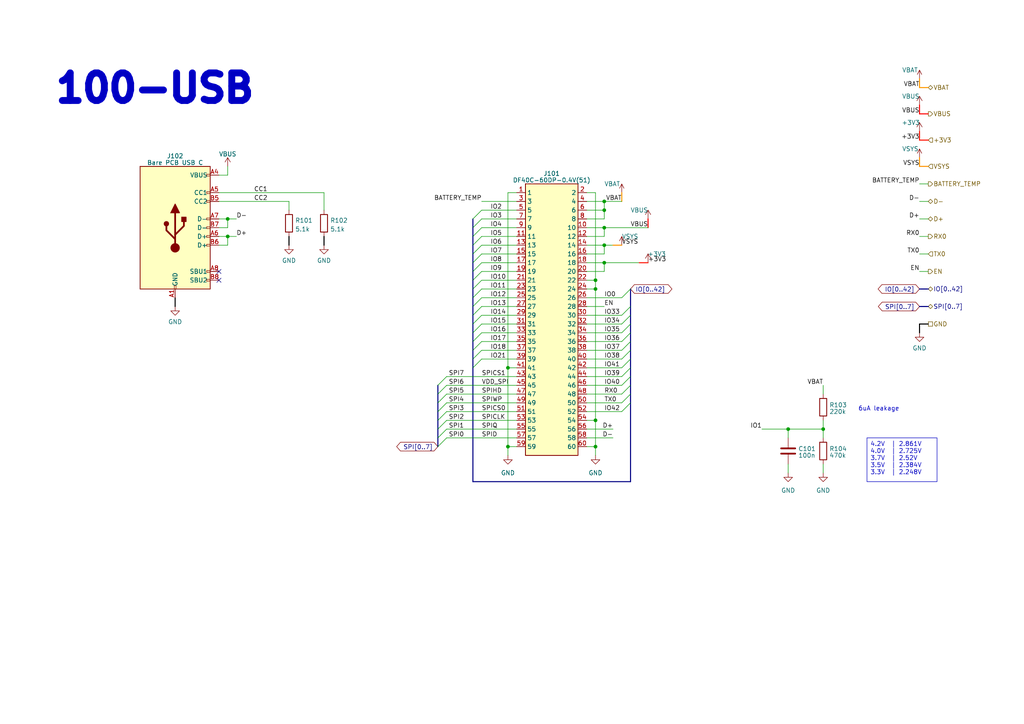
<source format=kicad_sch>
(kicad_sch (version 20231120) (generator "eeschema") (generator_version "8.0")
  (paper "A4")
  (title_block (title "PSoM - ESP S3") (date "2023-04-17") (rev "HW00") (company "PumaCorp") (comment 1 "Design by: NdG"))
  (lib_symbols
    (symbol "Component lib:C" (pin_numbers hide) (pin_names (offset 0.254))
      (property "Reference" "C" (at 0.635 -1.27 0))
      (property "Value" "C" (at 0.635 -6.35 0))
      (symbol "C_0_1"
        (polyline (pts (xy -2.032 -4.572) (xy 2.032 -4.572)) (stroke (width 0.508)))
        (polyline (pts (xy -2.032 -3.048) (xy 2.032 -3.048)) (stroke (width 0.508)))
      )
      (symbol "C_1_1"
        (pin passive line (at 0 0 270) (length 2.794) (name "~") (number "1"))
        (pin passive line (at 0 -7.62 90) (length 2.794) (name "~") (number "2"))
      )
    )
    (symbol "Component lib:R" (pin_numbers hide) (pin_names (offset 0))
      (property "Reference" "R" (at 2.032 -3.81 90))
      (property "Value" "R" (at 0 -3.81 90))
      (symbol "R_0_1"
        (rectangle (start -1.016 -6.35) (end 1.016 -1.27) (stroke (width 0.254)))
      )
      (symbol "R_1_1"
        (pin passive line (at 0 0 270) (length 1.27) (name "~") (number "1"))
        (pin passive line (at 0 -7.62 90) (length 1.27) (name "~") (number "2"))
      )
    )
    (symbol "Component_lib:Bare PCB USB C" (pin_names (offset 0.762))
      (property "Reference" "J" (at 0 2.54 0))
      (property "Value" "Bare PCB USB C" (at 0 2.54 0))
      (symbol "Bare PCB USB C_0_0"
        (rectangle (start 9.906 -35.56) (end 10.414 -34.544))
        (rectangle (start 20.32 -32.766) (end 19.304 -33.274))
        (rectangle (start 20.32 -30.226) (end 19.304 -30.734))
        (rectangle (start 20.32 -22.606) (end 19.304 -23.114))
        (rectangle (start 20.32 -20.066) (end 19.304 -20.574))
        (rectangle (start 20.32 -17.526) (end 19.304 -18.034))
        (rectangle (start 20.32 -14.986) (end 19.304 -15.494))
        (rectangle (start 20.32 -9.906) (end 19.304 -10.414))
        (rectangle (start 20.32 -7.366) (end 19.304 -7.874))
        (rectangle (start 20.32 -2.286) (end 19.304 -2.794))
      )
      (symbol "Bare PCB USB C_0_1"
        (polyline (pts (xy 10.16 -23.622) (xy 10.16 -13.462)) (stroke (width 0.508)))
        (polyline (pts (xy 10.16 -21.082) (xy 7.62 -18.542) (xy 7.62 -17.272)) (stroke (width 0.508)))
        (polyline (pts (xy 10.16 -19.812) (xy 12.7 -17.272) (xy 12.7 -16.002)) (stroke (width 0.508)))
        (polyline (pts (xy 8.89 -13.462) (xy 10.16 -10.922) (xy 11.43 -13.462) (xy 8.89 -13.462)) (stroke (width 0.254)) (fill (type outline)))
        (rectangle (start 0 0) (end 20.32 -35.56) (stroke (width 0.254)) (fill (type background)))
        (circle (center 7.62 -16.637) (radius 0.635) (stroke (width 0.254)) (fill (type outline)))
        (circle (center 10.16 -23.622) (radius 1.27) (fill (type outline)))
        (rectangle (start 12.065 -14.732) (end 13.335 -16.002) (stroke (width 0.254)) (fill (type outline)))
      )
      (symbol "Bare PCB USB C_1_1"
        (pin passive line (at 10.16 -38.1 90) (length 2.54) (name "GND") (number "A1"))
        (pin passive line (at 10.16 -38.1 90) (length 2.54) hide (name "GND") (number "A12"))
        (pin passive line (at 22.86 -2.54 180) (length 2.54) (name "VBUS") (number "A4"))
        (pin bidirectional line (at 22.86 -7.62 180) (length 2.54) (name "CC1") (number "A5"))
        (pin bidirectional line (at 22.86 -20.32 180) (length 2.54) (name "D+") (number "A6"))
        (pin bidirectional line (at 22.86 -15.24 180) (length 2.54) (name "D-") (number "A7"))
        (pin bidirectional line (at 22.86 -30.48 180) (length 2.54) (name "SBU1") (number "A8"))
        (pin passive line (at 22.86 -2.54 180) (length 2.54) hide (name "VBUS") (number "A9"))
        (pin passive line (at 10.16 -38.1 90) (length 2.54) hide (name "GND") (number "B1"))
        (pin passive line (at 10.16 -38.1 90) (length 2.54) hide (name "GND") (number "B12"))
        (pin passive line (at 22.86 -2.54 180) (length 2.54) hide (name "VBUS") (number "B4"))
        (pin bidirectional line (at 22.86 -10.16 180) (length 2.54) (name "CC2") (number "B5"))
        (pin bidirectional line (at 22.86 -22.86 180) (length 2.54) (name "D+") (number "B6"))
        (pin bidirectional line (at 22.86 -17.78 180) (length 2.54) (name "D-") (number "B7"))
        (pin bidirectional line (at 22.86 -33.02 180) (length 2.54) (name "SBU2") (number "B8"))
        (pin passive line (at 22.86 -2.54 180) (length 2.54) hide (name "VBUS") (number "B9"))
      )
    )
    (symbol "Component_lib:DF40C-60DP-0.4V(51)"
      (property "Reference" "J" (at 5.08 7.62 0))
      (property "Value" "DF40C-60DP-0.4V(51)" (at 12.7 5.08 0))
      (symbol "DF40C-60DP-0.4V(51)_1_1"
        (rectangle (start 2.54 2.54) (end 17.78 -76.2) (stroke (width 0.254)) (fill (type background)))
        (pin passive line (at 0 0 0) (length 2.54) (name "1") (number "1"))
        (pin passive line (at 20.32 -10.16 180) (length 2.54) (name "10") (number "10"))
        (pin passive line (at 0 -12.7 0) (length 2.54) (name "11") (number "11"))
        (pin passive line (at 20.32 -12.7 180) (length 2.54) (name "12") (number "12"))
        (pin passive line (at 0 -15.24 0) (length 2.54) (name "13") (number "13"))
        (pin passive line (at 20.32 -15.24 180) (length 2.54) (name "14") (number "14"))
        (pin passive line (at 0 -17.78 0) (length 2.54) (name "15") (number "15"))
        (pin passive line (at 20.32 -17.78 180) (length 2.54) (name "16") (number "16"))
        (pin passive line (at 0 -20.32 0) (length 2.54) (name "17") (number "17"))
        (pin passive line (at 20.32 -20.32 180) (length 2.54) (name "18") (number "18"))
        (pin passive line (at 0 -22.86 0) (length 2.54) (name "19") (number "19"))
        (pin passive line (at 20.32 0 180) (length 2.54) (name "2") (number "2"))
        (pin passive line (at 20.32 -22.86 180) (length 2.54) (name "20") (number "20"))
        (pin passive line (at 0 -25.4 0) (length 2.54) (name "21") (number "21"))
        (pin passive line (at 20.32 -25.4 180) (length 2.54) (name "22") (number "22"))
        (pin passive line (at 0 -27.94 0) (length 2.54) (name "23") (number "23"))
        (pin passive line (at 20.32 -27.94 180) (length 2.54) (name "24") (number "24"))
        (pin passive line (at 0 -30.48 0) (length 2.54) (name "25") (number "25"))
        (pin passive line (at 20.32 -30.48 180) (length 2.54) (name "26") (number "26"))
        (pin passive line (at 0 -33.02 0) (length 2.54) (name "27") (number "27"))
        (pin passive line (at 20.32 -33.02 180) (length 2.54) (name "28") (number "28"))
        (pin passive line (at 0 -35.56 0) (length 2.54) (name "29") (number "29"))
        (pin passive line (at 0 -2.54 0) (length 2.54) (name "3") (number "3"))
        (pin passive line (at 20.32 -35.56 180) (length 2.54) (name "30") (number "30"))
        (pin passive line (at 0 -38.1 0) (length 2.54) (name "31") (number "31"))
        (pin passive line (at 20.32 -38.1 180) (length 2.54) (name "32") (number "32"))
        (pin passive line (at 0 -40.64 0) (length 2.54) (name "33") (number "33"))
        (pin passive line (at 20.32 -40.64 180) (length 2.54) (name "34") (number "34"))
        (pin passive line (at 0 -43.18 0) (length 2.54) (name "35") (number "35"))
        (pin passive line (at 20.32 -43.18 180) (length 2.54) (name "36") (number "36"))
        (pin passive line (at 0 -45.72 0) (length 2.54) (name "37") (number "37"))
        (pin passive line (at 20.32 -45.72 180) (length 2.54) (name "38") (number "38"))
        (pin passive line (at 0 -48.26 0) (length 2.54) (name "39") (number "39"))
        (pin passive line (at 20.32 -2.54 180) (length 2.54) (name "4") (number "4"))
        (pin passive line (at 20.32 -48.26 180) (length 2.54) (name "40") (number "40"))
        (pin passive line (at 0 -50.8 0) (length 2.54) (name "41") (number "41"))
        (pin passive line (at 20.32 -50.8 180) (length 2.54) (name "42") (number "42"))
        (pin passive line (at 0 -53.34 0) (length 2.54) (name "43") (number "43"))
        (pin passive line (at 20.32 -53.34 180) (length 2.54) (name "44") (number "44"))
        (pin passive line (at 0 -55.88 0) (length 2.54) (name "45") (number "45"))
        (pin passive line (at 20.32 -55.88 180) (length 2.54) (name "46") (number "46"))
        (pin passive line (at 0 -58.42 0) (length 2.54) (name "47") (number "47"))
        (pin passive line (at 20.32 -58.42 180) (length 2.54) (name "48") (number "48"))
        (pin passive line (at 0 -60.96 0) (length 2.54) (name "49") (number "49"))
        (pin passive line (at 0 -5.08 0) (length 2.54) (name "5") (number "5"))
        (pin passive line (at 20.32 -60.96 180) (length 2.54) (name "50") (number "50"))
        (pin passive line (at 0 -63.5 0) (length 2.54) (name "51") (number "51"))
        (pin passive line (at 20.32 -63.5 180) (length 2.54) (name "52") (number "52"))
        (pin passive line (at 0 -66.04 0) (length 2.54) (name "53") (number "53"))
        (pin passive line (at 20.32 -66.04 180) (length 2.54) (name "54") (number "54"))
        (pin passive line (at 0 -68.58 0) (length 2.54) (name "55") (number "55"))
        (pin passive line (at 20.32 -68.58 180) (length 2.54) (name "56") (number "56"))
        (pin passive line (at 0 -71.12 0) (length 2.54) (name "57") (number "57"))
        (pin passive line (at 20.32 -71.12 180) (length 2.54) (name "58") (number "58"))
        (pin passive line (at 0 -73.66 0) (length 2.54) (name "59") (number "59"))
        (pin passive line (at 20.32 -5.08 180) (length 2.54) (name "6") (number "6"))
        (pin passive line (at 20.32 -73.66 180) (length 2.54) (name "60") (number "60"))
        (pin passive line (at 0 -7.62 0) (length 2.54) (name "7") (number "7"))
        (pin passive line (at 20.32 -7.62 180) (length 2.54) (name "8") (number "8"))
        (pin passive line (at 0 -10.16 0) (length 2.54) (name "9") (number "9"))
      )
    )
    (symbol "Component_lib:R" (pin_numbers hide) (pin_names (offset 0))
      (property "Reference" "R" (at 2.032 -3.81 90))
      (property "Value" "R" (at 0 -3.81 90))
      (symbol "R_0_1"
        (rectangle (start -1.016 -6.35) (end 1.016 -1.27) (stroke (width 0.254)))
      )
      (symbol "R_1_1"
        (pin passive line (at 0 0 270) (length 1.27) (name "~") (number "1"))
        (pin passive line (at 0 -7.62 90) (length 1.27) (name "~") (number "2"))
      )
    )
    (symbol "Component_lib:VBAT" (power) (pin_numbers hide) (in_bom no) (on_board no)
      (property "Value" "VBAT" (at 0 3.81 0))
      (symbol "VBAT_0_0"
        (pin passive line (at 0 0 90) (length 2.54) hide (name "") (number ""))
      )
      (symbol "VBAT_0_1"
        (polyline (pts (xy 0 0) (xy 0 2.54) (xy 0.635 1.27) (xy 0 2.54) (xy -0.635 1.27)) (stroke (width 0.1524)))
      )
    )
    (symbol "Component_lib:VSYS" (power) (pin_numbers hide) (in_bom no) (on_board no)
      (property "Value" "VSYS" (at 0 3.81 0))
      (symbol "VSYS_0_0"
        (pin passive line (at 0 0 90) (length 2.54) hide (name "") (number ""))
      )
      (symbol "VSYS_0_1"
        (polyline (pts (xy 0 0) (xy 0 2.54) (xy 0.635 1.27) (xy 0 2.54) (xy -0.635 1.27)) (stroke (width 0.1524)))
      )
    )
    (symbol "GND_2" (power) (pin_names (offset 0))
      (property "Value" "GND_2" (at 0 -3.81 0))
      (symbol "GND_2_0_1"
        (polyline (pts (xy 0 0) (xy 0 -1.27) (xy 1.27 -1.27) (xy 0 -2.54) (xy -1.27 -1.27) (xy 0 -1.27)))
      )
      (symbol "GND_2_1_1"
        (pin power_in line (at 0 0 270) (length 0) hide (name "GND") (number "1"))
      )
    )
    (symbol "power:+3V3" (power) (pin_names (offset 0))
      (property "Value" "+3V3" (at 0 3.556 0))
      (symbol "+3V3_0_1"
        (polyline (pts (xy -0.762 1.27) (xy 0 2.54)))
        (polyline (pts (xy 0 0) (xy 0 2.54)))
        (polyline (pts (xy 0 2.54) (xy 0.762 1.27)))
      )
      (symbol "+3V3_1_1"
        (pin power_in line (at 0 0 90) (length 0) hide (name "+3V3") (number "1"))
      )
    )
    (symbol "power:GND" (power) (pin_names (offset 0))
      (property "Value" "GND" (at 0 -3.81 0))
      (symbol "GND_0_1"
        (polyline (pts (xy 0 0) (xy 0 -1.27) (xy 1.27 -1.27) (xy 0 -2.54) (xy -1.27 -1.27) (xy 0 -1.27)))
      )
      (symbol "GND_1_1"
        (pin power_in line (at 0 0 270) (length 0) hide (name "GND") (number "1"))
      )
    )
    (symbol "power:VBUS" (power) (pin_names (offset 0))
      (property "Value" "VBUS" (at 0 3.81 0))
      (symbol "VBUS_0_1"
        (polyline (pts (xy -0.762 1.27) (xy 0 2.54)))
        (polyline (pts (xy 0 0) (xy 0 2.54)))
        (polyline (pts (xy 0 2.54) (xy 0.762 1.27)))
      )
      (symbol "VBUS_1_1"
        (pin power_in line (at 0 0 90) (length 0) hide (name "VBUS") (number "1"))
      )
    )
  )
  (junction (at 66.04 68.58))
  (junction (at 228.6 124.46))
  (junction (at 172.72 83.82))
  (junction (at 175.26 58.42))
  (junction (at 147.32 129.54))
  (junction (at 175.26 76.2))
  (junction (at 147.32 106.68))
  (junction (at 175.26 60.96))
  (junction (at 172.72 121.92))
  (junction (at 175.26 66.04))
  (junction (at 175.26 71.12))
  (junction (at 238.76 124.46))
  (junction (at 172.72 129.54))
  (junction (at 172.72 81.28))
  (junction (at 66.04 63.5))
  (no_connect (at 63.5 81.28))
  (no_connect (at 63.5 78.74))
  (bus_entry (at 137.16 71.12) (size 2.54 -2.54))
  (bus_entry (at 139.7 93.98) (size -2.54 2.54))
  (bus_entry (at 137.16 76.2) (size 2.54 -2.54))
  (bus_entry (at 137.16 81.28) (size 2.54 -2.54))
  (bus_entry (at 180.34 114.3) (size 2.54 -2.54))
  (bus_entry (at 180.34 101.6) (size 2.54 -2.54))
  (bus_entry (at 180.34 96.52) (size 2.54 -2.54))
  (bus_entry (at 139.7 88.9) (size -2.54 2.54))
  (bus_entry (at 180.34 111.76) (size 2.54 -2.54))
  (bus_entry (at 180.34 119.38) (size 2.54 -2.54))
  (bus_entry (at 137.16 78.74) (size 2.54 -2.54))
  (bus_entry (at 129.54 116.84) (size -2.54 2.54))
  (bus_entry (at 139.7 99.06) (size -2.54 2.54))
  (bus_entry (at 137.16 73.66) (size 2.54 -2.54))
  (bus_entry (at 139.7 86.36) (size -2.54 2.54))
  (bus_entry (at 129.54 127) (size -2.54 2.54))
  (bus_entry (at 180.34 99.06) (size 2.54 -2.54))
  (bus_entry (at 137.16 66.04) (size 2.54 -2.54))
  (bus_entry (at 129.54 114.3) (size -2.54 2.54))
  (bus_entry (at 180.34 91.44) (size 2.54 -2.54))
  (bus_entry (at 180.34 104.14) (size 2.54 -2.54))
  (bus_entry (at 139.7 83.82) (size -2.54 2.54))
  (bus_entry (at 139.7 81.28) (size -2.54 2.54))
  (bus_entry (at 180.34 86.36) (size 2.54 -2.54))
  (bus_entry (at 180.34 106.68) (size 2.54 -2.54))
  (bus_entry (at 139.7 96.52) (size -2.54 2.54))
  (bus_entry (at 129.54 121.92) (size -2.54 2.54))
  (bus_entry (at 129.54 109.22) (size -2.54 2.54))
  (bus_entry (at 137.16 106.68) (size 2.54 -2.54))
  (bus_entry (at 180.34 93.98) (size 2.54 -2.54))
  (bus_entry (at 139.7 91.44) (size -2.54 2.54))
  (bus_entry (at 137.16 68.58) (size 2.54 -2.54))
  (bus_entry (at 180.34 109.22) (size 2.54 -2.54))
  (bus_entry (at 129.54 124.46) (size -2.54 2.54))
  (bus_entry (at 139.7 101.6) (size -2.54 2.54))
  (bus_entry (at 137.16 63.5) (size 2.54 -2.54))
  (bus_entry (at 129.54 119.38) (size -2.54 2.54))
  (bus_entry (at 180.34 116.84) (size 2.54 -2.54))
  (bus_entry (at 129.54 111.76) (size -2.54 2.54))
  (wire (pts (xy 129.54 119.38) (xy 149.86 119.38)))
  (bus (pts (xy 182.88 109.22) (xy 182.88 111.76)))
  (bus (pts (xy 127 127) (xy 127 124.46)))
  (bus (pts (xy 137.16 81.28) (xy 137.16 83.82)))
  (wire (pts (xy 66.04 68.58) (xy 68.58 68.58)))
  (wire (pts (xy 266.7 22.86) (xy 266.7 25.4)) (stroke (width 0.3) (color 255 153 0 1)))
  (wire (pts (xy 129.54 109.22) (xy 149.86 109.22)))
  (wire (pts (xy 139.7 58.42) (xy 149.86 58.42)))
  (bus (pts (xy 137.16 104.14) (xy 137.16 106.68)))
  (wire (pts (xy 175.26 78.74) (xy 175.26 76.2)))
  (wire (pts (xy 238.76 111.76) (xy 238.76 114.3)))
  (wire (pts (xy 139.7 101.6) (xy 149.86 101.6)))
  (bus (pts (xy 182.88 106.68) (xy 182.88 109.22)))
  (wire (pts (xy 172.72 55.88) (xy 172.72 81.28)))
  (wire (pts (xy 170.18 81.28) (xy 172.72 81.28)))
  (wire (pts (xy 170.18 101.6) (xy 180.34 101.6)))
  (wire (pts (xy 63.5 58.42) (xy 83.82 58.42)))
  (wire (pts (xy 66.04 63.5) (xy 63.5 63.5)))
  (wire (pts (xy 147.32 106.68) (xy 147.32 129.54)))
  (wire (pts (xy 266.7 48.26) (xy 269.24 48.26)) (stroke (width 0.3) (color 255 148 0 1)))
  (wire (pts (xy 170.18 121.92) (xy 172.72 121.92)))
  (bus (pts (xy 137.16 63.5) (xy 137.16 66.04)))
  (wire (pts (xy 139.7 73.66) (xy 149.86 73.66)))
  (wire (pts (xy 170.18 76.2) (xy 175.26 76.2)))
  (wire (pts (xy 139.7 60.96) (xy 149.86 60.96)))
  (bus (pts (xy 182.88 93.98) (xy 182.88 96.52)))
  (wire (pts (xy 170.18 68.58) (xy 175.26 68.58)))
  (wire (pts (xy 147.32 106.68) (xy 149.86 106.68)))
  (bus (pts (xy 127 114.3) (xy 127 111.76)))
  (bus (pts (xy 127 119.38) (xy 127 116.84)))
  (bus (pts (xy 137.16 101.6) (xy 137.16 104.14)))
  (bus (pts (xy 137.16 139.7) (xy 182.88 139.7)))
  (wire (pts (xy 170.18 78.74) (xy 175.26 78.74)))
  (bus (pts (xy 137.16 71.12) (xy 137.16 73.66)))
  (wire (pts (xy 170.18 66.04) (xy 175.26 66.04)))
  (wire (pts (xy 170.18 114.3) (xy 180.34 114.3)))
  (wire (pts (xy 228.6 124.46) (xy 228.6 127)))
  (wire (pts (xy 170.18 91.44) (xy 180.34 91.44)))
  (bus (pts (xy 266.7 88.9) (xy 269.24 88.9)))
  (wire (pts (xy 175.26 60.96) (xy 175.26 58.42)))
  (wire (pts (xy 170.18 109.22) (xy 180.34 109.22)))
  (wire (pts (xy 175.26 68.58) (xy 175.26 66.04)))
  (wire (pts (xy 266.7 73.66) (xy 269.24 73.66)))
  (wire (pts (xy 139.7 63.5) (xy 149.86 63.5)))
  (wire (pts (xy 170.18 60.96) (xy 175.26 60.96)))
  (wire (pts (xy 228.6 124.46) (xy 238.76 124.46)))
  (wire (pts (xy 139.7 71.12) (xy 149.86 71.12)))
  (wire (pts (xy 266.7 68.58) (xy 269.24 68.58)))
  (wire (pts (xy 266.7 30.48) (xy 266.7 33.02)) (stroke (width 0.3) (color 255 0 0 1)))
  (wire (pts (xy 139.7 76.2) (xy 149.86 76.2)))
  (wire (pts (xy 266.7 33.02) (xy 269.24 33.02)) (stroke (width 0.3) (color 255 0 0 1)))
  (wire (pts (xy 139.7 93.98) (xy 149.86 93.98)))
  (wire (pts (xy 266.7 38.1) (xy 266.7 40.64)) (stroke (width 0.3) (color 255 17 1 1)))
  (wire (pts (xy 170.18 71.12) (xy 175.26 71.12)))
  (wire (pts (xy 172.72 83.82) (xy 172.72 121.92)))
  (wire (pts (xy 170.18 63.5) (xy 175.26 63.5)))
  (wire (pts (xy 175.26 66.04) (xy 187.96 66.04)))
  (wire (pts (xy 170.18 88.9) (xy 175.26 88.9)))
  (wire (pts (xy 220.98 124.46) (xy 228.6 124.46)))
  (wire (pts (xy 238.76 124.46) (xy 238.76 127)))
  (wire (pts (xy 175.26 76.2) (xy 185.42 76.2)))
  (wire (pts (xy 175.26 63.5) (xy 175.26 60.96)))
  (wire (pts (xy 83.82 68.58) (xy 83.82 71.12)) (stroke (width 0.3) (color 0 0 0 1)))
  (wire (pts (xy 266.7 96.52) (xy 266.7 93.98)) (stroke (width 0.3) (color 0 0 0 1)))
  (wire (pts (xy 185.42 76.2) (xy 187.96 76.2)) (stroke (width 0.3) (color 255 17 1 1)))
  (bus (pts (xy 137.16 76.2) (xy 137.16 78.74)))
  (wire (pts (xy 170.18 127) (xy 177.8 127)))
  (bus (pts (xy 182.88 88.9) (xy 182.88 91.44)))
  (wire (pts (xy 266.7 63.5) (xy 269.24 63.5)))
  (wire (pts (xy 139.7 99.06) (xy 149.86 99.06)))
  (wire (pts (xy 139.7 68.58) (xy 149.86 68.58)))
  (wire (pts (xy 266.7 53.34) (xy 269.24 53.34)))
  (wire (pts (xy 139.7 83.82) (xy 149.86 83.82)))
  (wire (pts (xy 172.72 81.28) (xy 172.72 83.82)))
  (bus (pts (xy 137.16 91.44) (xy 137.16 93.98)))
  (wire (pts (xy 266.7 25.4) (xy 269.24 25.4)) (stroke (width 0.3) (color 255 153 0 1)))
  (wire (pts (xy 170.18 83.82) (xy 172.72 83.82)))
  (bus (pts (xy 182.88 101.6) (xy 182.88 104.14)))
  (wire (pts (xy 170.18 99.06) (xy 180.34 99.06)))
  (wire (pts (xy 93.98 55.88) (xy 93.98 60.96)))
  (bus (pts (xy 182.88 83.82) (xy 182.88 88.9)))
  (wire (pts (xy 266.7 78.74) (xy 269.24 78.74)))
  (wire (pts (xy 147.32 129.54) (xy 147.32 132.08)))
  (bus (pts (xy 127 116.84) (xy 127 114.3)))
  (wire (pts (xy 139.7 66.04) (xy 149.86 66.04)))
  (wire (pts (xy 170.18 116.84) (xy 180.34 116.84)))
  (bus (pts (xy 137.16 68.58) (xy 137.16 71.12)))
  (wire (pts (xy 238.76 134.62) (xy 238.76 137.16)))
  (wire (pts (xy 187.96 63.5) (xy 187.96 66.04)) (stroke (width 0.3) (color 255 0 0 1)))
  (wire (pts (xy 129.54 111.76) (xy 149.86 111.76)))
  (wire (pts (xy 129.54 114.3) (xy 149.86 114.3)))
  (bus (pts (xy 182.88 99.06) (xy 182.88 101.6)))
  (wire (pts (xy 149.86 55.88) (xy 147.32 55.88)))
  (wire (pts (xy 63.5 68.58) (xy 66.04 68.58)))
  (wire (pts (xy 63.5 55.88) (xy 93.98 55.88)))
  (wire (pts (xy 66.04 71.12) (xy 63.5 71.12)))
  (wire (pts (xy 170.18 86.36) (xy 180.34 86.36)))
  (bus (pts (xy 266.7 83.82) (xy 269.24 83.82)))
  (wire (pts (xy 147.32 55.88) (xy 147.32 106.68)))
  (bus (pts (xy 137.16 83.82) (xy 137.16 86.36)))
  (wire (pts (xy 139.7 96.52) (xy 149.86 96.52)))
  (wire (pts (xy 238.76 124.46) (xy 238.76 121.92)))
  (wire (pts (xy 172.72 121.92) (xy 172.72 129.54)))
  (wire (pts (xy 266.7 45.72) (xy 266.7 48.26)) (stroke (width 0.3) (color 255 148 0 1)))
  (wire (pts (xy 170.18 104.14) (xy 180.34 104.14)))
  (wire (pts (xy 170.18 124.46) (xy 177.8 124.46)))
  (wire (pts (xy 266.7 93.98) (xy 269.24 93.98)) (stroke (width 0.3) (color 0 0 0 1)))
  (bus (pts (xy 182.88 91.44) (xy 182.88 93.98)))
  (wire (pts (xy 177.8 71.12) (xy 180.34 71.12)) (stroke (width 0.3) (color 255 148 0 1)))
  (wire (pts (xy 147.32 129.54) (xy 149.86 129.54)))
  (bus (pts (xy 137.16 66.04) (xy 137.16 68.58)))
  (wire (pts (xy 170.18 96.52) (xy 180.34 96.52)))
  (wire (pts (xy 175.26 71.12) (xy 177.8 71.12)))
  (wire (pts (xy 139.7 91.44) (xy 149.86 91.44)))
  (wire (pts (xy 139.7 78.74) (xy 149.86 78.74)))
  (bus (pts (xy 182.88 111.76) (xy 182.88 114.3)))
  (wire (pts (xy 139.7 86.36) (xy 149.86 86.36)))
  (wire (pts (xy 63.5 66.04) (xy 66.04 66.04)))
  (wire (pts (xy 129.54 116.84) (xy 149.86 116.84)))
  (wire (pts (xy 170.18 129.54) (xy 172.72 129.54)))
  (wire (pts (xy 170.18 119.38) (xy 180.34 119.38)))
  (wire (pts (xy 170.18 106.68) (xy 180.34 106.68)))
  (wire (pts (xy 129.54 124.46) (xy 149.86 124.46)))
  (bus (pts (xy 137.16 106.68) (xy 137.16 139.7)))
  (wire (pts (xy 170.18 55.88) (xy 172.72 55.88)))
  (wire (pts (xy 66.04 68.58) (xy 66.04 71.12)))
  (wire (pts (xy 170.18 111.76) (xy 180.34 111.76)))
  (wire (pts (xy 139.7 88.9) (xy 149.86 88.9)))
  (wire (pts (xy 170.18 73.66) (xy 175.26 73.66)))
  (bus (pts (xy 137.16 78.74) (xy 137.16 81.28)))
  (bus (pts (xy 182.88 116.84) (xy 182.88 139.7)))
  (bus (pts (xy 182.88 114.3) (xy 182.88 116.84)))
  (wire (pts (xy 175.26 73.66) (xy 175.26 71.12)))
  (wire (pts (xy 93.98 68.58) (xy 93.98 71.12)) (stroke (width 0.3) (color 0 0 0 1)))
  (wire (pts (xy 139.7 81.28) (xy 149.86 81.28)))
  (bus (pts (xy 137.16 86.36) (xy 137.16 88.9)))
  (wire (pts (xy 66.04 66.04) (xy 66.04 63.5)))
  (bus (pts (xy 137.16 96.52) (xy 137.16 99.06)))
  (wire (pts (xy 66.04 50.8) (xy 63.5 50.8)))
  (wire (pts (xy 83.82 60.96) (xy 83.82 58.42)))
  (bus (pts (xy 137.16 88.9) (xy 137.16 91.44)))
  (bus (pts (xy 127 124.46) (xy 127 121.92)))
  (wire (pts (xy 50.8 86.36) (xy 50.8 88.9)) (stroke (width 0.3) (color 0 0 0 1)))
  (wire (pts (xy 66.04 63.5) (xy 68.58 63.5)))
  (wire (pts (xy 139.7 104.14) (xy 149.86 104.14)))
  (bus (pts (xy 137.16 93.98) (xy 137.16 96.52)))
  (bus (pts (xy 127 129.54) (xy 127 127)))
  (wire (pts (xy 228.6 134.62) (xy 228.6 137.16)))
  (bus (pts (xy 127 121.92) (xy 127 119.38)))
  (wire (pts (xy 266.7 58.42) (xy 269.24 58.42)))
  (bus (pts (xy 137.16 99.06) (xy 137.16 101.6)))
  (bus (pts (xy 137.16 73.66) (xy 137.16 76.2)))
  (bus (pts (xy 182.88 96.52) (xy 182.88 99.06)))
  (wire (pts (xy 172.72 129.54) (xy 172.72 132.08)))
  (wire (pts (xy 180.34 55.88) (xy 180.34 58.42)) (stroke (width 0.3) (color 255 153 0 1)))
  (bus (pts (xy 182.88 104.14) (xy 182.88 106.68)))
  (wire (pts (xy 66.04 48.26) (xy 66.04 50.8)))
  (wire (pts (xy 175.26 58.42) (xy 180.34 58.42)))
  (wire (pts (xy 170.18 93.98) (xy 180.34 93.98)))
  (wire (pts (xy 129.54 121.92) (xy 149.86 121.92)))
  (wire (pts (xy 170.18 58.42) (xy 175.26 58.42)))
  (wire (pts (xy 129.54 127) (xy 149.86 127)))
  (wire (pts (xy 266.7 40.64) (xy 269.24 40.64)) (stroke (width 0.3) (color 255 17 1 1)))
  (text_box "4.2V  | 2.861V\n4.0V  | 2.725V\n3.7V  | 2.52V\n3.5V  | 2.384V\n3.3V  | 2.248V" (at 251.46 127 0) (size 20.32 12.7) (effects (font (size 1.27 1.27)) (justify left top)))
  (text "100-USB" (at 15.24 30.48 0) (effects (font (size 8 8) (thickness 3) (bold yes)) (justify left bottom)))
  (text "6uA leakage" (at 248.92 119.38 0) (effects (font (size 1.27 1.27)) (justify left bottom)))
  (label "IO18" (at 142.24 101.6 0))
  (label "BATTERY_TEMP" (at 139.7 58.42 180))
  (label "VSYS" (at 180.34 71.12 0))
  (label "IO42" (at 175.26 119.38 0))
  (label "EN" (at 266.7 78.74 180))
  (label "TX0" (at 266.7 73.66 180))
  (label "IO11" (at 142.24 83.82 0))
  (label "VBAT" (at 266.7 25.4 180))
  (label "SPI7" (at 134.62 109.22 180))
  (label "IO10" (at 142.24 81.28 0))
  (label "IO4" (at 142.24 66.04 0))
  (label "IO38" (at 175.26 104.14 0))
  (label "D-" (at 68.58 63.5 0))
  (label "VBUS" (at 266.7 33.02 180))
  (label "VBAT" (at 180.34 58.42 180))
  (label "SPIWP" (at 139.7 116.84 0))
  (label "D-" (at 177.8 127 180))
  (label "SPI4" (at 134.62 116.84 180))
  (label "D+" (at 68.58 68.58 0))
  (label "IO9" (at 142.24 78.74 0))
  (label "IO13" (at 142.24 88.9 0))
  (label "D+" (at 177.8 124.46 180))
  (label "IO3" (at 142.24 63.5 0))
  (label "IO35" (at 175.26 96.52 0))
  (label "IO21" (at 142.24 104.14 0))
  (label "CC2" (at 73.66 58.42 0))
  (label "SPICLK" (at 139.7 121.92 0))
  (label "IO7" (at 142.24 73.66 0))
  (label "IO16" (at 142.24 96.52 0))
  (label "IO36" (at 175.26 99.06 0))
  (label "D+" (at 266.7 63.5 180))
  (label "VSYS" (at 266.7 48.26 180))
  (label "BATTERY_TEMP" (at 266.7 53.34 180))
  (label "IO37" (at 175.26 101.6 0))
  (label "IO14" (at 142.24 91.44 0))
  (label "SPICS1" (at 139.7 109.22 0))
  (label "IO8" (at 142.24 76.2 0))
  (label "SPI5" (at 134.62 114.3 180))
  (label "IO33" (at 175.26 91.44 0))
  (label "IO40" (at 175.26 111.76 0))
  (label "IO0" (at 175.26 86.36 0))
  (label "EN" (at 175.26 88.9 0))
  (label "SPIQ" (at 139.7 124.46 0))
  (label "IO34" (at 175.26 93.98 0))
  (label "IO12" (at 142.24 86.36 0))
  (label "SPI2" (at 134.62 121.92 180))
  (label "IO41" (at 175.26 106.68 0))
  (label "IO39" (at 175.26 109.22 0))
  (label "D-" (at 266.7 58.42 180))
  (label "+3V3" (at 266.7 40.64 180))
  (label "VDD_SPI" (at 139.7 111.76 0))
  (label "IO1" (at 220.98 124.46 180))
  (label "SPI3" (at 134.62 119.38 180))
  (label "CC1" (at 73.66 55.88 0))
  (label "IO5" (at 142.24 68.58 0))
  (label "SPID" (at 139.7 127 0))
  (label "SPI6" (at 134.62 111.76 180))
  (label "RX0" (at 266.7 68.58 180))
  (label "VBAT" (at 238.76 111.76 180))
  (label "VBUS" (at 187.96 66.04 180))
  (label "IO6" (at 142.24 71.12 0))
  (label "SPI1" (at 134.62 124.46 180))
  (label "SPI0" (at 134.62 127 180))
  (label "+3V3" (at 187.96 76.2 0))
  (label "SPIHD" (at 139.7 114.3 0))
  (label "IO17" (at 142.24 99.06 0))
  (label "IO2" (at 142.24 60.96 0))
  (label "RX0" (at 175.26 114.3 0))
  (label "TX0" (at 175.26 116.84 0))
  (label "SPICS0" (at 139.7 119.38 0))
  (label "IO15" (at 142.24 93.98 0))
  (global_label "IO[0..42]" (shape bidirectional) (at 182.88 83.82 0) (property "Intersheetrefs" "${INTERSHEET_REFS}" (effects (hide yes))))
  (global_label "SPI[0..7]" (shape bidirectional) (at 127 129.54 180) (property "Intersheetrefs" "${INTERSHEET_REFS}" (effects (hide yes))))
  (global_label "IO[0..42]" (shape bidirectional) (at 266.7 83.82 180) (property "Intersheetrefs" "${INTERSHEET_REFS}" (effects (hide yes))))
  (global_label "SPI[0..7]" (shape bidirectional) (at 266.7 88.9 180) (property "Intersheetrefs" "${INTERSHEET_REFS}" (effects (hide yes))))
  (hierarchical_label "VBAT" (shape bidirectional) (at 269.24 25.4 0))
  (hierarchical_label "EN" (shape output) (at 269.24 78.74 0))
  (hierarchical_label "+3V3" (shape input) (at 269.24 40.64 0))
  (hierarchical_label "VSYS" (shape input) (at 269.24 48.26 0))
  (hierarchical_label "D+" (shape bidirectional) (at 269.24 63.5 0))
  (hierarchical_label "RX0" (shape output) (at 269.24 68.58 0))
  (hierarchical_label "BATTERY_TEMP" (shape output) (at 269.24 53.34 0))
  (hierarchical_label "GND" (shape passive) (at 269.24 93.98 0))
  (hierarchical_label "SPI[0..7]" (shape bidirectional) (at 269.24 88.9 0))
  (hierarchical_label "IO[0..42]" (shape bidirectional) (at 269.24 83.82 0))
  (hierarchical_label "TX0" (shape input) (at 269.24 73.66 0))
  (hierarchical_label "VBUS" (shape output) (at 269.24 33.02 0))
  (hierarchical_label "D-" (shape bidirectional) (at 269.24 58.42 0))
  (symbol (lib_id "Component_lib:VBAT") (at 180.34 55.88 0) (unit 1) (in_bom no) (on_board no)
    (property "Reference" "#VBAT01" (effects (hide yes)))
    (property "Value" "VBAT" (at 175.26 53.34 0) (effects (justify left)))
    (instances (project "ESP_S2_SoM_HW00" (path "" (reference "#VBAT01") (unit 1))) (project "PMK_Keyboard" (path "" (reference "#VBAT0102") (unit 1))))
  )
  (symbol (lib_id "Component_lib:VSYS") (at 266.7 45.72 0) (unit 1) (in_bom no) (on_board no)
    (property "Reference" "#VSYS0101" (effects (hide yes)))
    (property "Value" "VSYS" (at 261.62 43.18 0) (effects (justify left)))
  )
  (symbol (lib_id "power:VBUS") (at 187.96 63.5 0) (unit 1)
    (property "Reference" "#PWR04" (effects (hide yes)))
    (property "Value" "VBUS" (at 185.42 60.96 0))
    (instances (project "ESP_S2_SoM_HW00" (path "" (reference "#PWR04") (unit 1))) (project "PMK_Keyboard" (path "" (reference "#PWR0101") (unit 1))))
  )
  (symbol (lib_name "GND_2") (lib_id "power:GND") (at 238.76 137.16 0) (unit 1)
    (property "Reference" "#PWR011" (effects (hide yes)))
    (property "Value" "GND" (at 238.76 142.24 0))
  )
  (symbol (lib_id "Component_lib:R") (at 238.76 114.3 0) (unit 1)
    (property "Reference" "R103" (at 240.538 117.4663 0) (effects (justify left)))
    (property "Value" "220k" (at 240.538 119.3873 0) (effects (justify left)))
    (property "Footprint" "Resistor_SMD:R_0201_0603Metric" (effects (hide yes)))
  )
  (symbol (lib_name "GND_2") (lib_id "power:GND") (at 172.72 132.08 0) (unit 1)
    (property "Reference" "#PWR02" (effects (hide yes)))
    (property "Value" "GND" (at 172.72 137.16 0))
  )
  (symbol (lib_id "Component lib:R") (at 83.82 60.96 0) (unit 1)
    (property "Reference" "R101" (at 85.598 63.9353 0) (effects (justify left)))
    (property "Value" "5.1k" (at 85.598 66.4722 0) (effects (justify left)))
    (property "Footprint" "Resistor_SMD:R_0201_0603Metric" (effects (hide yes)))
  )
  (symbol (lib_name "GND_2") (lib_id "power:GND") (at 147.32 132.08 0) (unit 1)
    (property "Reference" "#PWR01" (effects (hide yes)))
    (property "Value" "GND" (at 147.32 137.16 0))
  )
  (symbol (lib_id "Component_lib:R") (at 238.76 127 0) (unit 1)
    (property "Reference" "R104" (at 240.538 130.1663 0) (effects (justify left)))
    (property "Value" "470k" (at 240.538 132.0873 0) (effects (justify left)))
    (property "Footprint" "Resistor_SMD:R_0201_0603Metric" (effects (hide yes)))
  )
  (symbol (lib_id "Component_lib:VSYS") (at 180.34 71.12 0) (unit 1) (in_bom no) (on_board no)
    (property "Reference" "#VSYS01" (effects (hide yes)))
    (property "Value" "VSYS" (at 180.34 68.58 0) (effects (justify left)))
  )
  (symbol (lib_id "power:GND") (at 83.82 71.12 0) (unit 1)
    (property "Reference" "#PWR0104" (effects (hide yes)))
    (property "Value" "GND" (at 83.82 75.5634 0))
  )
  (symbol (lib_id "power:+3V3") (at 266.7 38.1 0) (unit 1)
    (property "Reference" "#PWR05" (effects (hide yes)))
    (property "Value" "+3V3" (at 264.16 35.56 0))
  )
  (symbol (lib_id "Component_lib:VBAT") (at 266.7 22.86 0) (unit 1) (in_bom no) (on_board no)
    (property "Reference" "#VBAT0102" (effects (hide yes)))
    (property "Value" "VBAT" (at 261.62 20.32 0) (effects (justify left)))
  )
  (symbol (lib_id "Component_lib:DF40C-60DP-0.4V(51)") (at 149.86 55.88 0) (unit 1)
    (property "Reference" "J101" (at 160.02 50.3301 0))
    (property "Value" "DF40C-60DP-0.4V(51)" (at 160.02 52.2511 0))
    (property "Footprint" "Component_lib:DF40C-60DP-0.4V(51)" (effects (hide yes)))
    (property "Datasheet" "https://www.mouser.ch/ProductDetail/Hirose-Connector/DF40C-60DP-04V51?qs=eDUdFcBPps0%252B%252BrqDQtiLyw%3D%3D" (effects (hide yes)))
  )
  (symbol (lib_id "power:VBUS") (at 266.7 30.48 0) (unit 1)
    (property "Reference" "#PWR0101" (effects (hide yes)))
    (property "Value" "VBUS" (at 264.16 27.94 0))
  )
  (symbol (lib_id "power:GND") (at 50.8 88.9 0) (unit 1)
    (property "Reference" "#PWR0107" (effects (hide yes)))
    (property "Value" "GND" (at 50.8 93.3434 0))
  )
  (symbol (lib_id "power:GND") (at 266.7 96.52 0) (unit 1)
    (property "Reference" "#PWR0118" (effects (hide yes)))
    (property "Value" "GND" (at 266.7 100.9634 0))
  )
  (symbol (lib_id "power:GND") (at 93.98 71.12 0) (unit 1)
    (property "Reference" "#PWR0105" (effects (hide yes)))
    (property "Value" "GND" (at 93.98 75.5634 0))
  )
  (symbol (lib_name "GND_2") (lib_id "power:GND") (at 228.6 137.16 0) (unit 1)
    (property "Reference" "#PWR012" (effects (hide yes)))
    (property "Value" "GND" (at 228.6 142.24 0))
  )
  (symbol (lib_id "Component lib:R") (at 93.98 60.96 0) (unit 1)
    (property "Reference" "R102" (at 95.758 63.9353 0) (effects (justify left)))
    (property "Value" "5.1k" (at 95.758 66.4722 0) (effects (justify left)))
    (property "Footprint" "Resistor_SMD:R_0201_0603Metric" (effects (hide yes)))
  )
  (symbol (lib_id "power:+3V3") (at 187.96 76.2 0) (unit 1)
    (property "Reference" "#PWR03" (effects (hide yes)))
    (property "Value" "+3V3" (at 190.5 73.66 0))
  )
  (symbol (lib_id "Component_lib:Bare PCB USB C") (at 40.64 48.26 0) (unit 1)
    (property "Reference" "J102" (at 50.8 45.2501 0))
    (property "Value" "Bare PCB USB C" (at 50.8 47.1711 0))
    (property "Footprint" "Component_lib:usb-c-pcb" (effects (hide yes)))
    (property "Datasheet" "https://gct.co/files/drawings/usb4510.pdf" (effects (hide yes)))
    (property "Description" "USB Connectors USB C Rec 16P 3u\" Mid Mnt 1.6mm O-set SMT L = 6.5mm S-Spring" (effects (hide yes)))
    (property "Height" "3.36" (effects (hide yes)))
    (property "Mouser Part Number" "640-USB4510031A" (effects (hide yes)))
    (property "Mouser Price/Stock" "https://www.mouser.co.uk/ProductDetail/GCT/USB4510-03-1-A?qs=7D1LtPJG0i3iod3O3OZ7LA%3D%3D" (effects (hide yes)))
    (property "Manufacturer_Name" "GCT (GLOBAL CONNECTOR TECHNOLOGY)" (effects (hide yes)))
    (property "Manufacturer_Part_Number" "USB4510-03-1-A" (effects (hide yes)))
  )
  (symbol (lib_id "Component lib:C") (at 228.6 127 0) (unit 1)
    (property "Reference" "C415" (at 231.521 130.1663 0) (effects (justify left)))
    (property "Value" "100n" (at 231.521 132.0873 0) (effects (justify left)))
    (property "Footprint" "Capacitor_SMD:C_0201_0603Metric" (effects (hide yes)))
    (instances (project "ESP_S2_SoM_HW00" (path "" (reference "C101") (unit 1)) (path "" (reference "C415") (unit 1))) (project "PMK_Keyboard" (path "" (reference "C415") (unit 1))))
  )
  (symbol (lib_id "power:VBUS") (at 66.04 48.26 0) (unit 1)
    (property "Reference" "#PWR0103" (effects (hide yes)))
    (property "Value" "VBUS" (at 66.04 44.6842 0))
  )
)
</source>
